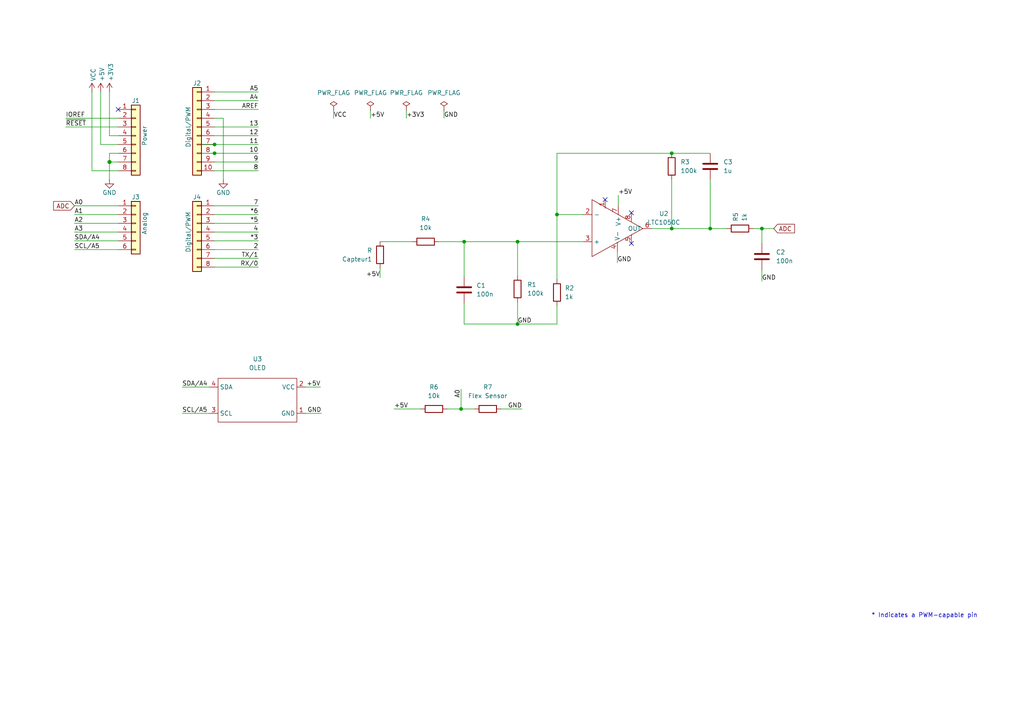
<source format=kicad_sch>
(kicad_sch (version 20211123) (generator eeschema)
  (paper "A4")
  (title_block (title "PCB Projet Capteur") (date "2023-03-27") (company "INSA Toulouse") (comment 1 "Emma Lisoir & Nina Alméras"))
  (lib_symbols
    (symbol "Connector_Generic:Conn_01x06" (pin_names (offset 1.016) hide)
      (property "Reference" "J" (at 0 7.62 0))
      (property "Value" "Conn_01x06" (at 0 -10.16 0))
      (symbol "Conn_01x06_1_1"
        (rectangle (start -1.27 -7.493) (end 0 -7.747) (stroke (width 0.1524)))
        (rectangle (start -1.27 -4.953) (end 0 -5.207) (stroke (width 0.1524)))
        (rectangle (start -1.27 -2.413) (end 0 -2.667) (stroke (width 0.1524)))
        (rectangle (start -1.27 0.127) (end 0 -0.127) (stroke (width 0.1524)))
        (rectangle (start -1.27 2.667) (end 0 2.413) (stroke (width 0.1524)))
        (rectangle (start -1.27 5.207) (end 0 4.953) (stroke (width 0.1524)))
        (rectangle (start -1.27 6.35) (end 1.27 -8.89) (stroke (width 0.254)) (fill (type background)))
        (pin passive line (at -5.08 5.08 0) (length 3.81) (name "Pin_1") (number "1"))
        (pin passive line (at -5.08 2.54 0) (length 3.81) (name "Pin_2") (number "2"))
        (pin passive line (at -5.08 0 0) (length 3.81) (name "Pin_3") (number "3"))
        (pin passive line (at -5.08 -2.54 0) (length 3.81) (name "Pin_4") (number "4"))
        (pin passive line (at -5.08 -5.08 0) (length 3.81) (name "Pin_5") (number "5"))
        (pin passive line (at -5.08 -7.62 0) (length 3.81) (name "Pin_6") (number "6"))
      )
    )
    (symbol "Connector_Generic:Conn_01x08" (pin_names (offset 1.016) hide)
      (property "Reference" "J" (at 0 10.16 0))
      (property "Value" "Conn_01x08" (at 0 -12.7 0))
      (symbol "Conn_01x08_1_1"
        (rectangle (start -1.27 -10.033) (end 0 -10.287) (stroke (width 0.1524)))
        (rectangle (start -1.27 -7.493) (end 0 -7.747) (stroke (width 0.1524)))
        (rectangle (start -1.27 -4.953) (end 0 -5.207) (stroke (width 0.1524)))
        (rectangle (start -1.27 -2.413) (end 0 -2.667) (stroke (width 0.1524)))
        (rectangle (start -1.27 0.127) (end 0 -0.127) (stroke (width 0.1524)))
        (rectangle (start -1.27 2.667) (end 0 2.413) (stroke (width 0.1524)))
        (rectangle (start -1.27 5.207) (end 0 4.953) (stroke (width 0.1524)))
        (rectangle (start -1.27 7.747) (end 0 7.493) (stroke (width 0.1524)))
        (rectangle (start -1.27 8.89) (end 1.27 -11.43) (stroke (width 0.254)) (fill (type background)))
        (pin passive line (at -5.08 7.62 0) (length 3.81) (name "Pin_1") (number "1"))
        (pin passive line (at -5.08 5.08 0) (length 3.81) (name "Pin_2") (number "2"))
        (pin passive line (at -5.08 2.54 0) (length 3.81) (name "Pin_3") (number "3"))
        (pin passive line (at -5.08 0 0) (length 3.81) (name "Pin_4") (number "4"))
        (pin passive line (at -5.08 -2.54 0) (length 3.81) (name "Pin_5") (number "5"))
        (pin passive line (at -5.08 -5.08 0) (length 3.81) (name "Pin_6") (number "6"))
        (pin passive line (at -5.08 -7.62 0) (length 3.81) (name "Pin_7") (number "7"))
        (pin passive line (at -5.08 -10.16 0) (length 3.81) (name "Pin_8") (number "8"))
      )
    )
    (symbol "Connector_Generic:Conn_01x10" (pin_names (offset 1.016) hide)
      (property "Reference" "J" (at 0 12.7 0))
      (property "Value" "Conn_01x10" (at 0 -15.24 0))
      (symbol "Conn_01x10_1_1"
        (rectangle (start -1.27 -12.573) (end 0 -12.827) (stroke (width 0.1524)))
        (rectangle (start -1.27 -10.033) (end 0 -10.287) (stroke (width 0.1524)))
        (rectangle (start -1.27 -7.493) (end 0 -7.747) (stroke (width 0.1524)))
        (rectangle (start -1.27 -4.953) (end 0 -5.207) (stroke (width 0.1524)))
        (rectangle (start -1.27 -2.413) (end 0 -2.667) (stroke (width 0.1524)))
        (rectangle (start -1.27 0.127) (end 0 -0.127) (stroke (width 0.1524)))
        (rectangle (start -1.27 2.667) (end 0 2.413) (stroke (width 0.1524)))
        (rectangle (start -1.27 5.207) (end 0 4.953) (stroke (width 0.1524)))
        (rectangle (start -1.27 7.747) (end 0 7.493) (stroke (width 0.1524)))
        (rectangle (start -1.27 10.287) (end 0 10.033) (stroke (width 0.1524)))
        (rectangle (start -1.27 11.43) (end 1.27 -13.97) (stroke (width 0.254)) (fill (type background)))
        (pin passive line (at -5.08 10.16 0) (length 3.81) (name "Pin_1") (number "1"))
        (pin passive line (at -5.08 -12.7 0) (length 3.81) (name "Pin_10") (number "10"))
        (pin passive line (at -5.08 7.62 0) (length 3.81) (name "Pin_2") (number "2"))
        (pin passive line (at -5.08 5.08 0) (length 3.81) (name "Pin_3") (number "3"))
        (pin passive line (at -5.08 2.54 0) (length 3.81) (name "Pin_4") (number "4"))
        (pin passive line (at -5.08 0 0) (length 3.81) (name "Pin_5") (number "5"))
        (pin passive line (at -5.08 -2.54 0) (length 3.81) (name "Pin_6") (number "6"))
        (pin passive line (at -5.08 -5.08 0) (length 3.81) (name "Pin_7") (number "7"))
        (pin passive line (at -5.08 -7.62 0) (length 3.81) (name "Pin_8") (number "8"))
        (pin passive line (at -5.08 -10.16 0) (length 3.81) (name "Pin_9") (number "9"))
      )
    )
    (symbol "Device:C" (pin_numbers hide) (pin_names (offset 0.254))
      (property "Reference" "C" (at 0.635 2.54 0))
      (property "Value" "C" (at 0.635 -2.54 0))
      (symbol "C_0_1"
        (polyline (pts (xy -2.032 -0.762) (xy 2.032 -0.762)) (stroke (width 0.508)))
        (polyline (pts (xy -2.032 0.762) (xy 2.032 0.762)) (stroke (width 0.508)))
      )
      (symbol "C_1_1"
        (pin passive line (at 0 3.81 270) (length 2.794) (name "~") (number "1"))
        (pin passive line (at 0 -3.81 90) (length 2.794) (name "~") (number "2"))
      )
    )
    (symbol "Device:R" (pin_numbers hide) (pin_names (offset 0))
      (property "Reference" "R" (at 2.032 0 90))
      (property "Value" "R" (at 0 0 90))
      (symbol "R_0_1"
        (rectangle (start -1.016 -2.54) (end 1.016 2.54) (stroke (width 0.254)))
      )
      (symbol "R_1_1"
        (pin passive line (at 0 3.81 270) (length 1.27) (name "~") (number "1"))
        (pin passive line (at 0 -3.81 90) (length 1.27) (name "~") (number "2"))
      )
    )
    (symbol "Librairie_Capteur_Graphite:LTC1050C"
      (property "Reference" "U" (at 6.35 -5.08 0))
      (property "Value" "LTC1050C" (at 6.35 -7.62 0))
      (symbol "LTC1050C_0_1"
        (polyline (pts (xy -12.7 -5.08) (xy -12.7 -21.59) (xy 2.032 -13.462) (xy -12.7 -5.08)))
      )
      (symbol "LTC1050C_1_1"
        (pin input line (at -8.89 -5.08 270) (length 2.54) (name "") (number "1"))
        (pin input line (at -15.24 -9.398 0) (length 2.54) (name "-") (number "2"))
        (pin input line (at -15.24 -17.272 0) (length 2.54) (name "+") (number "3"))
        (pin input line (at -5.334 -20.066 90) (length 2.54) (name "V-") (number "4"))
        (pin input line (at -1.27 -17.78 90) (length 2.54) (name "") (number "5"))
        (pin output line (at 4.572 -13.462 180) (length 2.54) (name "OUT") (number "6"))
        (pin input line (at -5.08 -6.858 270) (length 2.54) (name "V+") (number "7"))
        (pin input line (at -1.27 -8.89 270) (length 2.54) (name "") (number "8"))
      )
    )
    (symbol "OLED_1"
      (property "Reference" "U3" (at 0 0 0))
      (property "Value" "OLED_1" (at 0 -8.89 0))
      (symbol "OLED_1_0_1"
        (rectangle (start -11.43 -2.54) (end 11.43 -15.24))
      )
      (symbol "OLED_1_1_1"
        (pin input line (at 13.97 -12.7 180) (length 2.54) (name "GND") (number "1"))
        (pin input line (at 13.97 -5.08 180) (length 2.54) (name "VCC") (number "2"))
        (pin bidirectional line (at -13.97 -12.7 0) (length 2.54) (name "SCL") (number "3"))
        (pin bidirectional line (at -13.97 -5.08 0) (length 2.54) (name "SDA") (number "4"))
      )
    )
    (symbol "power:+3V3" (power) (pin_names (offset 0))
      (property "Value" "+3V3" (at 0 3.556 0))
      (symbol "+3V3_0_1"
        (polyline (pts (xy -0.762 1.27) (xy 0 2.54)))
        (polyline (pts (xy 0 0) (xy 0 2.54)))
        (polyline (pts (xy 0 2.54) (xy 0.762 1.27)))
      )
      (symbol "+3V3_1_1"
        (pin power_in line (at 0 0 90) (length 0) hide (name "+3V3") (number "1"))
      )
    )
    (symbol "power:+5V" (power) (pin_names (offset 0))
      (property "Value" "+5V" (at 0 3.556 0))
      (symbol "+5V_0_1"
        (polyline (pts (xy -0.762 1.27) (xy 0 2.54)))
        (polyline (pts (xy 0 0) (xy 0 2.54)))
        (polyline (pts (xy 0 2.54) (xy 0.762 1.27)))
      )
      (symbol "+5V_1_1"
        (pin power_in line (at 0 0 90) (length 0) hide (name "+5V") (number "1"))
      )
    )
    (symbol "power:GND" (power) (pin_names (offset 0))
      (property "Value" "GND" (at 0 -3.81 0))
      (symbol "GND_0_1"
        (polyline (pts (xy 0 0) (xy 0 -1.27) (xy 1.27 -1.27) (xy 0 -2.54) (xy -1.27 -1.27) (xy 0 -1.27)))
      )
      (symbol "GND_1_1"
        (pin power_in line (at 0 0 270) (length 0) hide (name "GND") (number "1"))
      )
    )
    (symbol "power:PWR_FLAG" (power) (pin_numbers hide) (pin_names (offset 0) hide)
      (property "Value" "PWR_FLAG" (at 0 3.81 0))
      (symbol "PWR_FLAG_0_0"
        (pin power_out line (at 0 0 90) (length 0) (name "pwr") (number "1"))
      )
      (symbol "PWR_FLAG_0_1"
        (polyline (pts (xy 0 0) (xy 0 1.27) (xy -1.016 1.905) (xy 0 2.54) (xy 1.016 1.905) (xy 0 1.27)))
      )
    )
    (symbol "power:VCC" (power) (pin_names (offset 0))
      (property "Value" "VCC" (at 0 3.81 0))
      (symbol "VCC_0_1"
        (polyline (pts (xy -0.762 1.27) (xy 0 2.54)))
        (polyline (pts (xy 0 0) (xy 0 2.54)))
        (polyline (pts (xy 0 2.54) (xy 0.762 1.27)))
      )
      (symbol "VCC_1_1"
        (pin power_in line (at 0 0 90) (length 0) hide (name "VCC") (number "1"))
      )
    )
  )
  (junction (at 31.75 46.99) (diameter 1.016))
  (junction (at 62.23 44.45))
  (junction (at 62.23 41.91))
  (junction (at 133.731 118.618))
  (junction (at 150.114 70.104))
  (junction (at 194.818 44.45))
  (junction (at 220.98 66.294))
  (junction (at 134.62 70.104))
  (junction (at 150.114 93.98))
  (junction (at 161.544 62.23))
  (junction (at 194.818 66.294))
  (junction (at 205.994 66.294))
  (no_connect (at 175.514 57.912))
  (no_connect (at 183.134 61.722))
  (no_connect (at 183.134 70.612))
  (no_connect (at 34.29 31.75))
  (wire (pts (xy 62.23 77.47) (xy 74.93 77.47)))
  (wire (pts (xy 127.254 70.104) (xy 134.62 70.104)))
  (wire (pts (xy 58.42 44.45) (xy 62.23 44.45)))
  (wire (pts (xy 161.544 93.98) (xy 150.114 93.98)))
  (wire (pts (xy 161.544 62.23) (xy 161.544 44.45)))
  (wire (pts (xy 133.731 112.903) (xy 133.731 118.618)))
  (wire (pts (xy 62.23 26.67) (xy 74.93 26.67)))
  (wire (pts (xy 62.23 44.45) (xy 74.93 44.45)))
  (wire (pts (xy 205.994 52.07) (xy 205.994 66.294)))
  (wire (pts (xy 31.75 44.45) (xy 31.75 46.99)))
  (wire (pts (xy 134.62 80.264) (xy 134.62 70.104)))
  (wire (pts (xy 21.59 72.39) (xy 34.29 72.39)))
  (wire (pts (xy 179.324 56.642) (xy 179.324 59.69)))
  (wire (pts (xy 110.236 80.518) (xy 110.236 77.724)))
  (wire (pts (xy 179.07 72.898) (xy 179.07 76.2)))
  (wire (pts (xy 31.75 46.99) (xy 31.75 52.07)))
  (wire (pts (xy 114.3 118.618) (xy 122.047 118.618)))
  (wire (pts (xy 31.75 39.37) (xy 34.29 39.37)))
  (wire (pts (xy 29.21 41.91) (xy 34.29 41.91)))
  (wire (pts (xy 134.62 93.98) (xy 150.114 93.98)))
  (wire (pts (xy 29.21 26.67) (xy 29.21 41.91)))
  (wire (pts (xy 194.818 52.07) (xy 194.818 66.294)))
  (wire (pts (xy 62.23 36.83) (xy 74.93 36.83)))
  (wire (pts (xy 31.75 26.67) (xy 31.75 39.37)))
  (wire (pts (xy 62.23 59.69) (xy 74.93 59.69)))
  (wire (pts (xy 34.29 59.69) (xy 21.59 59.69)))
  (wire (pts (xy 62.23 39.37) (xy 74.93 39.37)))
  (wire (pts (xy 88.646 119.888) (xy 93.218 119.888)))
  (wire (pts (xy 62.23 62.23) (xy 74.93 62.23)))
  (wire (pts (xy 150.114 80.01) (xy 150.114 70.104)))
  (wire (pts (xy 107.442 32.004) (xy 107.442 34.29)))
  (wire (pts (xy 220.98 66.294) (xy 220.98 70.612)))
  (wire (pts (xy 161.544 62.23) (xy 161.544 81.026)))
  (wire (pts (xy 62.23 46.99) (xy 74.93 46.99)))
  (wire (pts (xy 96.774 32.004) (xy 96.774 34.29)))
  (wire (pts (xy 62.23 67.31) (xy 74.93 67.31)))
  (wire (pts (xy 134.62 87.884) (xy 134.62 93.98)))
  (wire (pts (xy 205.994 66.294) (xy 194.818 66.294)))
  (wire (pts (xy 218.44 66.294) (xy 220.98 66.294)))
  (wire (pts (xy 19.05 34.29) (xy 34.29 34.29)))
  (wire (pts (xy 64.77 34.29) (xy 64.77 52.07)))
  (wire (pts (xy 128.778 32.004) (xy 128.778 34.29)))
  (wire (pts (xy 62.23 31.75) (xy 74.93 31.75)))
  (wire (pts (xy 88.646 112.268) (xy 92.964 112.268)))
  (wire (pts (xy 110.236 70.104) (xy 119.634 70.104)))
  (wire (pts (xy 150.114 70.104) (xy 169.164 70.104)))
  (wire (pts (xy 52.832 119.888) (xy 60.706 119.888)))
  (wire (pts (xy 34.29 64.77) (xy 21.59 64.77)))
  (wire (pts (xy 19.05 36.83) (xy 34.29 36.83)))
  (wire (pts (xy 34.29 46.99) (xy 31.75 46.99)))
  (wire (pts (xy 220.98 78.232) (xy 220.98 81.534)))
  (wire (pts (xy 34.29 49.53) (xy 26.67 49.53)))
  (wire (pts (xy 117.856 32.004) (xy 117.856 34.29)))
  (wire (pts (xy 21.59 62.23) (xy 34.29 62.23)))
  (wire (pts (xy 194.818 66.294) (xy 188.976 66.294)))
  (wire (pts (xy 62.23 41.91) (xy 74.93 41.91)))
  (wire (pts (xy 129.667 118.618) (xy 133.731 118.618)))
  (wire (pts (xy 205.994 66.294) (xy 210.82 66.294)))
  (wire (pts (xy 62.23 34.29) (xy 64.77 34.29)))
  (wire (pts (xy 145.288 118.618) (xy 151.384 118.618)))
  (wire (pts (xy 34.29 44.45) (xy 31.75 44.45)))
  (wire (pts (xy 161.544 88.646) (xy 161.544 93.98)))
  (wire (pts (xy 134.62 70.104) (xy 150.114 70.104)))
  (wire (pts (xy 58.42 41.91) (xy 62.23 41.91)))
  (wire (pts (xy 62.23 64.77) (xy 74.93 64.77)))
  (wire (pts (xy 21.59 67.31) (xy 34.29 67.31)))
  (wire (pts (xy 52.832 112.268) (xy 60.706 112.268)))
  (wire (pts (xy 62.23 29.21) (xy 74.93 29.21)))
  (wire (pts (xy 62.23 72.39) (xy 74.93 72.39)))
  (wire (pts (xy 62.23 69.85) (xy 74.93 69.85)))
  (wire (pts (xy 161.544 62.23) (xy 169.164 62.23)))
  (wire (pts (xy 133.731 118.618) (xy 137.668 118.618)))
  (wire (pts (xy 220.98 66.294) (xy 224.409 66.294)))
  (wire (pts (xy 161.544 44.45) (xy 194.818 44.45)))
  (wire (pts (xy 150.114 87.63) (xy 150.114 93.98)))
  (wire (pts (xy 62.23 74.93) (xy 74.93 74.93)))
  (wire (pts (xy 26.67 49.53) (xy 26.67 26.67)))
  (wire (pts (xy 194.818 44.45) (xy 205.994 44.45)))
  (wire (pts (xy 34.29 69.85) (xy 21.59 69.85)))
  (wire (pts (xy 62.23 49.53) (xy 74.93 49.53)))
  (text "* Indicates a PWM-capable pin" (at 252.73 179.324 0) (effects (font (size 1.27 1.27)) (justify left bottom)))
  (label "RX{slash}0" (at 74.93 77.47 180))
  (label "A2" (at 21.59 64.77 0))
  (label "4" (at 74.93 67.31 180))
  (label "GND" (at 150.114 93.98 0))
  (label "+5V" (at 114.3 118.618 0))
  (label "2" (at 74.93 72.39 180))
  (label "+5V" (at 110.236 80.518 180))
  (label "A3" (at 21.59 67.31 0))
  (label "SDA{slash}A4" (at 52.832 112.268 0))
  (label "13" (at 74.93 36.83 180))
  (label "12" (at 74.93 39.37 180))
  (label "GND" (at 179.07 76.2 0))
  (label "~{RESET}" (at 19.05 36.83 0))
  (label "A0" (at 133.731 112.903 270))
  (label "10" (at 74.93 44.45 180))
  (label "GND" (at 128.778 34.29 0))
  (label "+5V" (at 107.442 34.29 0))
  (label "+3V3" (at 117.856 34.29 0))
  (label "7" (at 74.93 59.69 180))
  (label "A4" (at 74.93 29.21 180))
  (label "8" (at 74.93 49.53 180))
  (label "+5V" (at 92.964 112.268 180))
  (label "11" (at 74.93 41.91 180))
  (label "GND" (at 151.384 118.618 180))
  (label "*3" (at 74.93 69.85 180))
  (label "VCC" (at 96.774 34.29 0))
  (label "+5V" (at 179.324 56.642 0))
  (label "A1" (at 21.59 62.23 0))
  (label "TX{slash}1" (at 74.93 74.93 180))
  (label "A0" (at 21.59 59.69 0))
  (label "AREF" (at 74.93 31.75 180))
  (label "GND" (at 220.98 81.534 0))
  (label "*6" (at 74.93 62.23 180))
  (label "A5" (at 74.93 26.67 180))
  (label "9" (at 74.93 46.99 180))
  (label "*5" (at 74.93 64.77 180))
  (label "IOREF" (at 19.05 34.29 0))
  (label "SDA{slash}A4" (at 21.59 69.85 0))
  (label "SCL{slash}A5" (at 21.59 72.39 0))
  (label "SCL{slash}A5" (at 52.832 119.888 0))
  (label "GND" (at 93.218 119.888 180))
  (global_label "ADC" (shape input) (at 224.409 66.294 0) (property "Intersheet References" "${INTERSHEET_REFS}" (effects hide)))
  (global_label "ADC" (shape input) (at 21.59 59.69 180) (property "Intersheet References" "${INTERSHEET_REFS}" (effects hide)))
  (symbol (lib_id "Connector_Generic:Conn_01x08") (at 39.37 39.37 0) (unit 1)
    (property "Reference" "J1" (at 39.37 29.21 0))
    (property "Value" "Power" (at 41.91 39.37 90))
    (property "Footprint" "Connector_PinSocket_2.54mm:PinSocket_1x08_P2.54mm_Vertical" (effects hide))
  )
  (symbol (lib_id "power:+3V3") (at 31.75 26.67 0) (unit 1)
    (property "Reference" "#PWR03" (effects hide))
    (property "Value" "+3.3V" (at 32.131 23.622 90) (effects (justify left)))
  )
  (symbol (lib_id "power:+5V") (at 29.21 26.67 0) (unit 1)
    (property "Reference" "#PWR02" (effects hide))
    (property "Value" "+5V" (at 29.5656 23.622 90) (effects (justify left)))
  )
  (symbol (lib_id "power:GND") (at 31.75 52.07 0) (unit 1)
    (property "Reference" "#PWR04" (effects hide))
    (property "Value" "GND" (at 31.75 55.88 0))
  )
  (symbol (lib_id "Connector_Generic:Conn_01x10") (at 57.15 36.83 0) (mirror y) (unit 1)
    (property "Reference" "J2" (at 57.15 24.13 0))
    (property "Value" "Digital/PWM" (at 54.61 36.83 90))
    (property "Footprint" "Connector_PinSocket_2.54mm:PinSocket_1x10_P2.54mm_Vertical" (effects hide))
  )
  (symbol (lib_id "power:GND") (at 64.77 52.07 0) (unit 1)
    (property "Reference" "#PWR05" (effects hide))
    (property "Value" "GND" (at 64.77 55.88 0))
  )
  (symbol (lib_id "Connector_Generic:Conn_01x06") (at 39.37 64.77 0) (unit 1)
    (property "Reference" "J3" (at 39.37 57.15 0))
    (property "Value" "Analog" (at 41.91 64.77 90))
    (property "Footprint" "Connector_PinSocket_2.54mm:PinSocket_1x06_P2.54mm_Vertical" (effects hide))
  )
  (symbol (lib_id "Connector_Generic:Conn_01x08") (at 57.15 67.31 0) (mirror y) (unit 1)
    (property "Reference" "J4" (at 57.15 57.15 0))
    (property "Value" "Digital/PWM" (at 54.61 67.31 90))
    (property "Footprint" "Connector_PinSocket_2.54mm:PinSocket_1x08_P2.54mm_Vertical" (effects hide))
  )
  (symbol (lib_id "Device:R") (at 194.818 48.26 0) (unit 1)
    (property "Reference" "R3" (at 197.358 46.9899 0) (effects (justify left)))
    (property "Value" "100k" (at 197.358 49.5299 0) (effects (justify left)))
    (property "Footprint" "Resistor_THT:R_Axial_DIN0204_L3.6mm_D1.6mm_P5.08mm_Horizontal" (effects hide))
  )
  (symbol (lib_id "Device:R") (at 125.857 118.618 90) (unit 1)
    (property "Reference" "R6" (at 125.857 112.268 90))
    (property "Value" "10k" (at 125.857 114.808 90))
    (property "Footprint" "Resistor_THT:R_Axial_DIN0204_L3.6mm_D1.6mm_P5.08mm_Horizontal" (effects hide))
  )
  (symbol (lib_id "Device:R") (at 123.444 70.104 90) (unit 1)
    (property "Reference" "R4" (at 123.444 63.5 90))
    (property "Value" "10k" (at 123.444 66.04 90))
    (property "Footprint" "Resistor_THT:R_Axial_DIN0204_L3.6mm_D1.6mm_P5.08mm_Horizontal" (effects hide))
  )
  (symbol (lib_id "Device:C") (at 220.98 74.422 0) (unit 1)
    (property "Reference" "C2" (at 225.044 73.1519 0) (effects (justify left)))
    (property "Value" "100n" (at 225.044 75.6919 0) (effects (justify left)))
    (property "Footprint" "Capacitor_THT:C_Disc_D3.0mm_W1.6mm_P2.50mm" (effects hide))
  )
  (symbol (lib_name "OLED_1") (lib_id "Librairie_Capteur_Graphite:OLED") (at 74.676 107.188 0) (unit 1)
    (property "Reference" "U3" (at 74.676 104.14 0))
    (property "Value" "OLED" (at 74.676 106.68 0))
    (property "Footprint" "Librairie_Empreinte_Capteur_Graphite:OLED" (effects hide))
  )
  (symbol (lib_id "Device:R") (at 214.63 66.294 90) (unit 1)
    (property "Reference" "R5" (at 213.3599 64.262 0) (effects (justify left)))
    (property "Value" "1k" (at 215.8999 64.262 0) (effects (justify left)))
    (property "Footprint" "Resistor_THT:R_Axial_DIN0204_L3.6mm_D1.6mm_P5.08mm_Horizontal" (effects hide))
  )
  (symbol (lib_id "Device:C") (at 205.994 48.26 0) (unit 1)
    (property "Reference" "C3" (at 209.804 46.9899 0) (effects (justify left)))
    (property "Value" "1u" (at 209.804 49.5299 0) (effects (justify left)))
    (property "Footprint" "Capacitor_THT:C_Rect_L7.0mm_W4.5mm_P5.00mm" (effects hide))
  )
  (symbol (lib_id "power:PWR_FLAG") (at 107.442 32.004 0) (unit 1)
    (property "Reference" "#FLG03" (effects hide))
    (property "Value" "PWR_FLAG" (at 107.442 26.924 0))
  )
  (symbol (lib_id "power:VCC") (at 26.67 26.67 0) (unit 1)
    (property "Reference" "#PWR01" (effects hide))
    (property "Value" "VCC" (at 27.051 23.622 90) (effects (justify left)))
  )
  (symbol (lib_id "Device:C") (at 134.62 84.074 0) (unit 1)
    (property "Reference" "C1" (at 138.176 82.8039 0) (effects (justify left)))
    (property "Value" "100n" (at 138.176 85.3439 0) (effects (justify left)))
    (property "Footprint" "Capacitor_THT:C_Disc_D3.0mm_W1.6mm_P2.50mm" (effects hide))
  )
  (symbol (lib_id "Device:R") (at 150.114 83.82 0) (unit 1)
    (property "Reference" "R1" (at 152.908 82.5499 0) (effects (justify left)))
    (property "Value" "100k" (at 152.908 85.0899 0) (effects (justify left)))
    (property "Footprint" "Resistor_THT:R_Axial_DIN0204_L3.6mm_D1.6mm_P5.08mm_Horizontal" (effects hide))
  )
  (symbol (lib_id "power:PWR_FLAG") (at 96.774 32.004 0) (unit 1)
    (property "Reference" "#FLG01" (effects hide))
    (property "Value" "PWR_FLAG" (at 96.774 26.924 0))
  )
  (symbol (lib_id "power:PWR_FLAG") (at 128.778 32.004 0) (unit 1)
    (property "Reference" "#FLG02" (effects hide))
    (property "Value" "PWR_FLAG" (at 128.778 26.924 0))
  )
  (symbol (lib_id "Librairie_Capteur_Graphite:LTC1050C") (at 184.404 52.832 0) (unit 1)
    (property "Reference" "U2" (at 192.532 61.9633 0))
    (property "Value" "LTC1050C" (at 192.532 64.5033 0))
    (property "Footprint" "Librairie_Empreinte_Capteur_Graphite:LTC1050C" (effects hide))
  )
  (symbol (lib_id "Device:R") (at 161.544 84.836 0) (unit 1)
    (property "Reference" "R2" (at 163.83 83.5659 0) (effects (justify left)))
    (property "Value" "1k" (at 163.83 86.1059 0) (effects (justify left)))
    (property "Footprint" "Resistor_THT:R_Axial_DIN0204_L3.6mm_D1.6mm_P5.08mm_Horizontal" (effects hide))
  )
  (symbol (lib_id "Device:R") (at 141.478 118.618 90) (unit 1)
    (property "Reference" "R7" (at 141.478 112.268 90))
    (property "Value" "Flex Sensor" (at 141.478 114.808 90))
    (property "Footprint" "Resistor_THT:R_Axial_DIN0207_L6.3mm_D2.5mm_P2.54mm_Vertical" (effects hide))
  )
  (symbol (lib_id "Device:R") (at 110.236 73.914 180) (unit 1)
    (property "Reference" "Capteur1" (at 107.95 75.1841 0) (effects (justify left)))
    (property "Value" "R" (at 107.95 72.6441 0) (effects (justify left)))
    (property "Footprint" "Resistor_THT:R_Axial_DIN0204_L3.6mm_D1.6mm_P5.08mm_Horizontal" (effects hide))
  )
  (symbol (lib_id "power:PWR_FLAG") (at 117.856 32.004 0) (unit 1)
    (property "Reference" "#FLG04" (effects hide))
    (property "Value" "PWR_FLAG" (at 117.856 26.924 0))
  )
)
</source>
